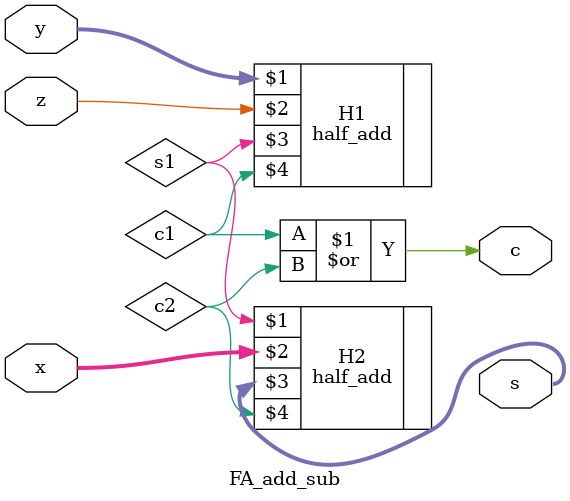
<source format=v>
`timescale 1ns / 1ps

module FA_add_sub(x,y,z,s,c);
input [3:0]x,y;
input z;
output [3:0]s;
output c;

//2 half adders and 1 OR gate used

wire s1,c1,c2;
half_add H1(y,z,s1,c1);
half_add H2(s1,x,s,c2);

or (c,c1,c2);
endmodule

</source>
